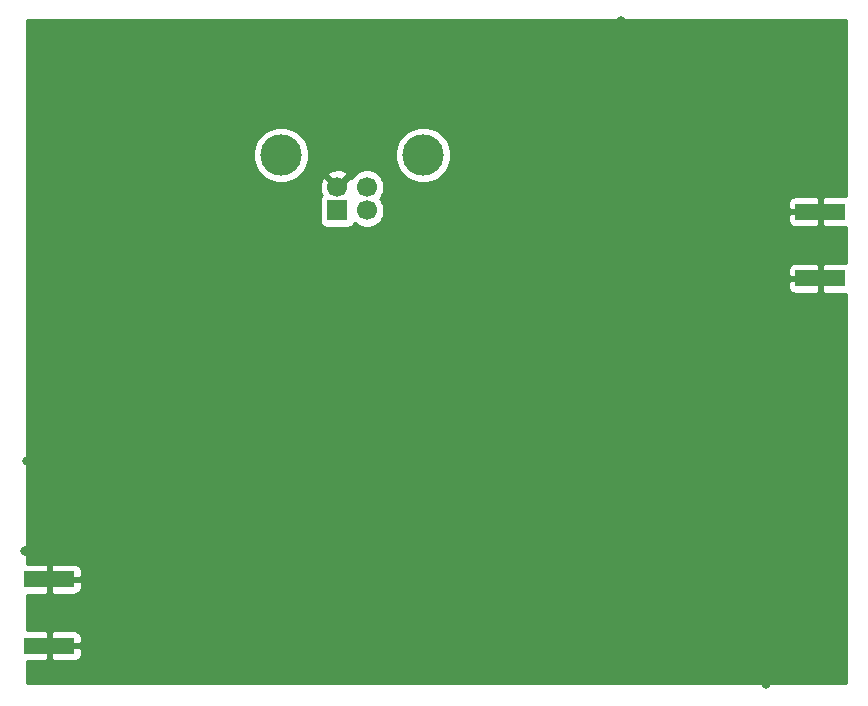
<source format=gbr>
%TF.GenerationSoftware,KiCad,Pcbnew,(5.1.10)-1*%
%TF.CreationDate,2021-08-21T15:59:26-07:00*%
%TF.ProjectId,upconverter,7570636f-6e76-4657-9274-65722e6b6963,rev?*%
%TF.SameCoordinates,Original*%
%TF.FileFunction,Copper,L2,Bot*%
%TF.FilePolarity,Positive*%
%FSLAX46Y46*%
G04 Gerber Fmt 4.6, Leading zero omitted, Abs format (unit mm)*
G04 Created by KiCad (PCBNEW (5.1.10)-1) date 2021-08-21 15:59:26*
%MOMM*%
%LPD*%
G01*
G04 APERTURE LIST*
%TA.AperFunction,SMDPad,CuDef*%
%ADD10R,4.200000X1.350000*%
%TD*%
%TA.AperFunction,ComponentPad*%
%ADD11R,1.700000X1.700000*%
%TD*%
%TA.AperFunction,ComponentPad*%
%ADD12C,1.700000*%
%TD*%
%TA.AperFunction,ComponentPad*%
%ADD13C,3.500000*%
%TD*%
%TA.AperFunction,ViaPad*%
%ADD14C,0.800000*%
%TD*%
%TA.AperFunction,Conductor*%
%ADD15C,0.254000*%
%TD*%
%TA.AperFunction,Conductor*%
%ADD16C,0.100000*%
%TD*%
G04 APERTURE END LIST*
D10*
%TO.P,J2,2*%
%TO.N,GND*%
X116586000Y-52482000D03*
X116586000Y-46832000D03*
%TD*%
%TO.P,J3,2*%
%TO.N,GND*%
X51308000Y-83597000D03*
X51308000Y-77947000D03*
%TD*%
D11*
%TO.P,J1,1*%
%TO.N,Net-(F1-Pad1)*%
X75692000Y-46736000D03*
D12*
%TO.P,J1,2*%
%TO.N,Net-(J1-Pad2)*%
X78192000Y-46736000D03*
%TO.P,J1,3*%
%TO.N,Net-(J1-Pad3)*%
X78192000Y-44736000D03*
%TO.P,J1,4*%
%TO.N,GND*%
X75692000Y-44736000D03*
D13*
%TO.P,J1,5*%
%TO.N,Net-(J1-Pad5)*%
X70922000Y-42026000D03*
X82962000Y-42026000D03*
%TD*%
D14*
%TO.N,GND*%
X66421000Y-52451000D03*
X59817000Y-40259000D03*
X58166000Y-45212000D03*
X51689000Y-43307000D03*
X51816000Y-50927000D03*
X51435000Y-59563000D03*
X52451000Y-60325000D03*
X61595000Y-57912000D03*
X61595000Y-56896000D03*
X61722000Y-55880000D03*
X62738000Y-55880000D03*
X63754000Y-55880000D03*
X68453000Y-73406000D03*
X77216000Y-73533000D03*
X81280000Y-73533000D03*
X66040000Y-83312000D03*
X70485000Y-83185000D03*
X83820000Y-83312000D03*
X88392000Y-83312000D03*
X106680000Y-83312000D03*
X103759000Y-67056000D03*
X91821000Y-60833000D03*
X92583000Y-59563000D03*
X91694000Y-63373000D03*
X91694000Y-61976000D03*
X97028000Y-66167000D03*
X98044000Y-67183000D03*
X100203000Y-66167000D03*
X109728000Y-63500000D03*
X110744000Y-36449000D03*
X79883000Y-59817000D03*
X101219000Y-39116000D03*
X85344000Y-55372000D03*
X105029000Y-50800000D03*
X73025000Y-64516000D03*
X95631000Y-55499000D03*
X117221000Y-41148000D03*
X117221000Y-39116000D03*
X85344000Y-73660000D03*
X86614000Y-61595000D03*
X99695000Y-33020000D03*
X99695000Y-34290000D03*
X99695000Y-31750000D03*
X99695000Y-35560000D03*
X99695000Y-36830000D03*
X99695000Y-39370000D03*
X99695000Y-38100000D03*
X99695000Y-41910000D03*
X99695000Y-40640000D03*
X99695000Y-43180000D03*
X99695000Y-46863000D03*
X99695000Y-48133000D03*
X99695000Y-49403000D03*
X99695000Y-44323000D03*
X99695000Y-45593000D03*
X95885000Y-52451000D03*
X98425000Y-52451000D03*
X99695000Y-52451000D03*
X94615000Y-52451000D03*
X97155000Y-52451000D03*
X99695000Y-50927000D03*
X89535000Y-52451000D03*
X93345000Y-52451000D03*
X92075000Y-52451000D03*
X90805000Y-52451000D03*
X89408000Y-53594000D03*
X89408000Y-54864000D03*
X89408000Y-57404000D03*
X89408000Y-58674000D03*
X89408000Y-56134000D03*
X89408000Y-61087000D03*
X89408000Y-64897000D03*
X89408000Y-59817000D03*
X89408000Y-63627000D03*
X89408000Y-62357000D03*
X88011000Y-67945000D03*
X85471000Y-67945000D03*
X89281000Y-67945000D03*
X84201000Y-67945000D03*
X86741000Y-67945000D03*
X79375000Y-67945000D03*
X83185000Y-67945000D03*
X78105000Y-67945000D03*
X81915000Y-67945000D03*
X80645000Y-67945000D03*
X72009000Y-67945000D03*
X75819000Y-67945000D03*
X73279000Y-67945000D03*
X77089000Y-67945000D03*
X74549000Y-67945000D03*
X68326000Y-67945000D03*
X70866000Y-67945000D03*
X69596000Y-67945000D03*
X67056000Y-67945000D03*
X65786000Y-67945000D03*
X60833000Y-67945000D03*
X64643000Y-67945000D03*
X63373000Y-67945000D03*
X62103000Y-67945000D03*
X56642000Y-67945000D03*
X55372000Y-67945000D03*
X54102000Y-67945000D03*
X57912000Y-67945000D03*
X52959000Y-67945000D03*
X51689000Y-67945000D03*
X50419000Y-67945000D03*
X49403000Y-67945000D03*
X89408000Y-66421000D03*
X99695000Y-30734000D03*
X112014000Y-64770000D03*
X112014000Y-59817000D03*
X112014000Y-61087000D03*
X112014000Y-62357000D03*
X112014000Y-70104000D03*
X112014000Y-57277000D03*
X112014000Y-58547000D03*
X112014000Y-67310000D03*
X112014000Y-68580000D03*
X112014000Y-63500000D03*
X112014000Y-71628000D03*
X112014000Y-56007000D03*
X112014000Y-66040000D03*
X112014000Y-80391000D03*
X112014000Y-79248000D03*
X112014000Y-82931000D03*
X112014000Y-74168000D03*
X112014000Y-81661000D03*
X112014000Y-76708000D03*
X112014000Y-85471000D03*
X112014000Y-84201000D03*
X112014000Y-72898000D03*
X112014000Y-77978000D03*
X112014000Y-86868000D03*
X112014000Y-75438000D03*
X50546000Y-75565000D03*
X56769000Y-75565000D03*
X53086000Y-75565000D03*
X58039000Y-75565000D03*
X60579000Y-75565000D03*
X61849000Y-75565000D03*
X64897000Y-75565000D03*
X49276000Y-75565000D03*
X59309000Y-75565000D03*
X54356000Y-75565000D03*
X63373000Y-75565000D03*
X51816000Y-75565000D03*
X55626000Y-75565000D03*
X81661000Y-75565000D03*
X72390000Y-75565000D03*
X71120000Y-75565000D03*
X67310000Y-75565000D03*
X73533000Y-75565000D03*
X66040000Y-75565000D03*
X68580000Y-75565000D03*
X74803000Y-75565000D03*
X76073000Y-75565000D03*
X80137000Y-75565000D03*
X69850000Y-75565000D03*
X77343000Y-75565000D03*
X78613000Y-75565000D03*
X86614000Y-75565000D03*
X98425000Y-75565000D03*
X87884000Y-75565000D03*
X85344000Y-75565000D03*
X92837000Y-75565000D03*
X95377000Y-75565000D03*
X84074000Y-75565000D03*
X91567000Y-75565000D03*
X96901000Y-75565000D03*
X89154000Y-75565000D03*
X90297000Y-75565000D03*
X82804000Y-75565000D03*
X94107000Y-75565000D03*
X100076000Y-75565000D03*
X101854000Y-72009000D03*
X101854000Y-66675000D03*
X102108000Y-83312000D03*
X101854000Y-68199000D03*
X101854000Y-75565000D03*
X101854000Y-70739000D03*
X101854000Y-74422000D03*
X101854000Y-69469000D03*
X101854000Y-65151000D03*
X101854000Y-73279000D03*
X102870000Y-60325000D03*
X105410000Y-60325000D03*
X101600000Y-60325000D03*
X106680000Y-60325000D03*
X104140000Y-60325000D03*
X113284000Y-56007000D03*
X115824000Y-56007000D03*
X114554000Y-56007000D03*
X118364000Y-56007000D03*
X117094000Y-56007000D03*
X109220000Y-60325000D03*
X107950000Y-60452000D03*
X110617000Y-60325000D03*
%TD*%
D15*
%TO.N,GND*%
X118720000Y-45522277D02*
X118686000Y-45518928D01*
X116871750Y-45522000D01*
X116713000Y-45680750D01*
X116713000Y-46705000D01*
X116733000Y-46705000D01*
X116733000Y-46959000D01*
X116713000Y-46959000D01*
X116713000Y-47983250D01*
X116871750Y-48142000D01*
X118686000Y-48145072D01*
X118720000Y-48141723D01*
X118720000Y-51172277D01*
X118686000Y-51168928D01*
X116871750Y-51172000D01*
X116713000Y-51330750D01*
X116713000Y-52355000D01*
X116733000Y-52355000D01*
X116733000Y-52609000D01*
X116713000Y-52609000D01*
X116713000Y-53633250D01*
X116871750Y-53792000D01*
X118686000Y-53795072D01*
X118720000Y-53791723D01*
X118720001Y-86716000D01*
X49428000Y-86716000D01*
X49428000Y-84909699D01*
X51022250Y-84907000D01*
X51181000Y-84748250D01*
X51181000Y-83724000D01*
X51435000Y-83724000D01*
X51435000Y-84748250D01*
X51593750Y-84907000D01*
X53408000Y-84910072D01*
X53532482Y-84897812D01*
X53652180Y-84861502D01*
X53762494Y-84802537D01*
X53859185Y-84723185D01*
X53938537Y-84626494D01*
X53997502Y-84516180D01*
X54033812Y-84396482D01*
X54046072Y-84272000D01*
X54043000Y-83882750D01*
X53884250Y-83724000D01*
X51435000Y-83724000D01*
X51181000Y-83724000D01*
X51161000Y-83724000D01*
X51161000Y-83470000D01*
X51181000Y-83470000D01*
X51181000Y-82445750D01*
X51435000Y-82445750D01*
X51435000Y-83470000D01*
X53884250Y-83470000D01*
X54043000Y-83311250D01*
X54046072Y-82922000D01*
X54033812Y-82797518D01*
X53997502Y-82677820D01*
X53938537Y-82567506D01*
X53859185Y-82470815D01*
X53762494Y-82391463D01*
X53652180Y-82332498D01*
X53532482Y-82296188D01*
X53408000Y-82283928D01*
X51593750Y-82287000D01*
X51435000Y-82445750D01*
X51181000Y-82445750D01*
X51022250Y-82287000D01*
X49428000Y-82284301D01*
X49428000Y-79259699D01*
X51022250Y-79257000D01*
X51181000Y-79098250D01*
X51181000Y-78074000D01*
X51435000Y-78074000D01*
X51435000Y-79098250D01*
X51593750Y-79257000D01*
X53408000Y-79260072D01*
X53532482Y-79247812D01*
X53652180Y-79211502D01*
X53762494Y-79152537D01*
X53859185Y-79073185D01*
X53938537Y-78976494D01*
X53997502Y-78866180D01*
X54033812Y-78746482D01*
X54046072Y-78622000D01*
X54043000Y-78232750D01*
X53884250Y-78074000D01*
X51435000Y-78074000D01*
X51181000Y-78074000D01*
X51161000Y-78074000D01*
X51161000Y-77820000D01*
X51181000Y-77820000D01*
X51181000Y-76795750D01*
X51435000Y-76795750D01*
X51435000Y-77820000D01*
X53884250Y-77820000D01*
X54043000Y-77661250D01*
X54046072Y-77272000D01*
X54033812Y-77147518D01*
X53997502Y-77027820D01*
X53938537Y-76917506D01*
X53859185Y-76820815D01*
X53762494Y-76741463D01*
X53652180Y-76682498D01*
X53532482Y-76646188D01*
X53408000Y-76633928D01*
X51593750Y-76637000D01*
X51435000Y-76795750D01*
X51181000Y-76795750D01*
X51022250Y-76637000D01*
X49428000Y-76634301D01*
X49428000Y-53157000D01*
X113847928Y-53157000D01*
X113860188Y-53281482D01*
X113896498Y-53401180D01*
X113955463Y-53511494D01*
X114034815Y-53608185D01*
X114131506Y-53687537D01*
X114241820Y-53746502D01*
X114361518Y-53782812D01*
X114486000Y-53795072D01*
X116300250Y-53792000D01*
X116459000Y-53633250D01*
X116459000Y-52609000D01*
X114009750Y-52609000D01*
X113851000Y-52767750D01*
X113847928Y-53157000D01*
X49428000Y-53157000D01*
X49428000Y-51807000D01*
X113847928Y-51807000D01*
X113851000Y-52196250D01*
X114009750Y-52355000D01*
X116459000Y-52355000D01*
X116459000Y-51330750D01*
X116300250Y-51172000D01*
X114486000Y-51168928D01*
X114361518Y-51181188D01*
X114241820Y-51217498D01*
X114131506Y-51276463D01*
X114034815Y-51355815D01*
X113955463Y-51452506D01*
X113896498Y-51562820D01*
X113860188Y-51682518D01*
X113847928Y-51807000D01*
X49428000Y-51807000D01*
X49428000Y-44804531D01*
X74201389Y-44804531D01*
X74243401Y-45094019D01*
X74341081Y-45369747D01*
X74381759Y-45445850D01*
X74311463Y-45531506D01*
X74252498Y-45641820D01*
X74216188Y-45761518D01*
X74203928Y-45886000D01*
X74203928Y-47586000D01*
X74216188Y-47710482D01*
X74252498Y-47830180D01*
X74311463Y-47940494D01*
X74390815Y-48037185D01*
X74487506Y-48116537D01*
X74597820Y-48175502D01*
X74717518Y-48211812D01*
X74842000Y-48224072D01*
X76542000Y-48224072D01*
X76666482Y-48211812D01*
X76786180Y-48175502D01*
X76896494Y-48116537D01*
X76993185Y-48037185D01*
X77072537Y-47940494D01*
X77131502Y-47830180D01*
X77144203Y-47788310D01*
X77245368Y-47889475D01*
X77488589Y-48051990D01*
X77758842Y-48163932D01*
X78045740Y-48221000D01*
X78338260Y-48221000D01*
X78625158Y-48163932D01*
X78895411Y-48051990D01*
X79138632Y-47889475D01*
X79345475Y-47682632D01*
X79462828Y-47507000D01*
X113847928Y-47507000D01*
X113860188Y-47631482D01*
X113896498Y-47751180D01*
X113955463Y-47861494D01*
X114034815Y-47958185D01*
X114131506Y-48037537D01*
X114241820Y-48096502D01*
X114361518Y-48132812D01*
X114486000Y-48145072D01*
X116300250Y-48142000D01*
X116459000Y-47983250D01*
X116459000Y-46959000D01*
X114009750Y-46959000D01*
X113851000Y-47117750D01*
X113847928Y-47507000D01*
X79462828Y-47507000D01*
X79507990Y-47439411D01*
X79619932Y-47169158D01*
X79677000Y-46882260D01*
X79677000Y-46589740D01*
X79619932Y-46302842D01*
X79559523Y-46157000D01*
X113847928Y-46157000D01*
X113851000Y-46546250D01*
X114009750Y-46705000D01*
X116459000Y-46705000D01*
X116459000Y-45680750D01*
X116300250Y-45522000D01*
X114486000Y-45518928D01*
X114361518Y-45531188D01*
X114241820Y-45567498D01*
X114131506Y-45626463D01*
X114034815Y-45705815D01*
X113955463Y-45802506D01*
X113896498Y-45912820D01*
X113860188Y-46032518D01*
X113847928Y-46157000D01*
X79559523Y-46157000D01*
X79507990Y-46032589D01*
X79345475Y-45789368D01*
X79292107Y-45736000D01*
X79345475Y-45682632D01*
X79507990Y-45439411D01*
X79619932Y-45169158D01*
X79677000Y-44882260D01*
X79677000Y-44589740D01*
X79619932Y-44302842D01*
X79507990Y-44032589D01*
X79345475Y-43789368D01*
X79138632Y-43582525D01*
X78895411Y-43420010D01*
X78625158Y-43308068D01*
X78338260Y-43251000D01*
X78045740Y-43251000D01*
X77758842Y-43308068D01*
X77488589Y-43420010D01*
X77245368Y-43582525D01*
X77038525Y-43789368D01*
X76929584Y-43952410D01*
X76720397Y-43887208D01*
X75871605Y-44736000D01*
X75885748Y-44750143D01*
X75706143Y-44929748D01*
X75692000Y-44915605D01*
X75677858Y-44929748D01*
X75498253Y-44750143D01*
X75512395Y-44736000D01*
X74663603Y-43887208D01*
X74414528Y-43964843D01*
X74288629Y-44228883D01*
X74216661Y-44512411D01*
X74201389Y-44804531D01*
X49428000Y-44804531D01*
X49428000Y-41791098D01*
X68537000Y-41791098D01*
X68537000Y-42260902D01*
X68628654Y-42721679D01*
X68808440Y-43155721D01*
X69069450Y-43546349D01*
X69401651Y-43878550D01*
X69792279Y-44139560D01*
X70226321Y-44319346D01*
X70687098Y-44411000D01*
X71156902Y-44411000D01*
X71617679Y-44319346D01*
X72051721Y-44139560D01*
X72442349Y-43878550D01*
X72613296Y-43707603D01*
X74843208Y-43707603D01*
X75692000Y-44556395D01*
X76540792Y-43707603D01*
X76463157Y-43458528D01*
X76199117Y-43332629D01*
X75915589Y-43260661D01*
X75623469Y-43245389D01*
X75333981Y-43287401D01*
X75058253Y-43385081D01*
X74920843Y-43458528D01*
X74843208Y-43707603D01*
X72613296Y-43707603D01*
X72774550Y-43546349D01*
X73035560Y-43155721D01*
X73215346Y-42721679D01*
X73307000Y-42260902D01*
X73307000Y-41791098D01*
X80577000Y-41791098D01*
X80577000Y-42260902D01*
X80668654Y-42721679D01*
X80848440Y-43155721D01*
X81109450Y-43546349D01*
X81441651Y-43878550D01*
X81832279Y-44139560D01*
X82266321Y-44319346D01*
X82727098Y-44411000D01*
X83196902Y-44411000D01*
X83657679Y-44319346D01*
X84091721Y-44139560D01*
X84482349Y-43878550D01*
X84814550Y-43546349D01*
X85075560Y-43155721D01*
X85255346Y-42721679D01*
X85347000Y-42260902D01*
X85347000Y-41791098D01*
X85255346Y-41330321D01*
X85075560Y-40896279D01*
X84814550Y-40505651D01*
X84482349Y-40173450D01*
X84091721Y-39912440D01*
X83657679Y-39732654D01*
X83196902Y-39641000D01*
X82727098Y-39641000D01*
X82266321Y-39732654D01*
X81832279Y-39912440D01*
X81441651Y-40173450D01*
X81109450Y-40505651D01*
X80848440Y-40896279D01*
X80668654Y-41330321D01*
X80577000Y-41791098D01*
X73307000Y-41791098D01*
X73215346Y-41330321D01*
X73035560Y-40896279D01*
X72774550Y-40505651D01*
X72442349Y-40173450D01*
X72051721Y-39912440D01*
X71617679Y-39732654D01*
X71156902Y-39641000D01*
X70687098Y-39641000D01*
X70226321Y-39732654D01*
X69792279Y-39912440D01*
X69401651Y-40173450D01*
X69069450Y-40505651D01*
X68808440Y-40896279D01*
X68628654Y-41330321D01*
X68537000Y-41791098D01*
X49428000Y-41791098D01*
X49428000Y-30632000D01*
X118720000Y-30632000D01*
X118720000Y-45522277D01*
%TA.AperFunction,Conductor*%
D16*
G36*
X118720000Y-45522277D02*
G01*
X118686000Y-45518928D01*
X116871750Y-45522000D01*
X116713000Y-45680750D01*
X116713000Y-46705000D01*
X116733000Y-46705000D01*
X116733000Y-46959000D01*
X116713000Y-46959000D01*
X116713000Y-47983250D01*
X116871750Y-48142000D01*
X118686000Y-48145072D01*
X118720000Y-48141723D01*
X118720000Y-51172277D01*
X118686000Y-51168928D01*
X116871750Y-51172000D01*
X116713000Y-51330750D01*
X116713000Y-52355000D01*
X116733000Y-52355000D01*
X116733000Y-52609000D01*
X116713000Y-52609000D01*
X116713000Y-53633250D01*
X116871750Y-53792000D01*
X118686000Y-53795072D01*
X118720000Y-53791723D01*
X118720001Y-86716000D01*
X49428000Y-86716000D01*
X49428000Y-84909699D01*
X51022250Y-84907000D01*
X51181000Y-84748250D01*
X51181000Y-83724000D01*
X51435000Y-83724000D01*
X51435000Y-84748250D01*
X51593750Y-84907000D01*
X53408000Y-84910072D01*
X53532482Y-84897812D01*
X53652180Y-84861502D01*
X53762494Y-84802537D01*
X53859185Y-84723185D01*
X53938537Y-84626494D01*
X53997502Y-84516180D01*
X54033812Y-84396482D01*
X54046072Y-84272000D01*
X54043000Y-83882750D01*
X53884250Y-83724000D01*
X51435000Y-83724000D01*
X51181000Y-83724000D01*
X51161000Y-83724000D01*
X51161000Y-83470000D01*
X51181000Y-83470000D01*
X51181000Y-82445750D01*
X51435000Y-82445750D01*
X51435000Y-83470000D01*
X53884250Y-83470000D01*
X54043000Y-83311250D01*
X54046072Y-82922000D01*
X54033812Y-82797518D01*
X53997502Y-82677820D01*
X53938537Y-82567506D01*
X53859185Y-82470815D01*
X53762494Y-82391463D01*
X53652180Y-82332498D01*
X53532482Y-82296188D01*
X53408000Y-82283928D01*
X51593750Y-82287000D01*
X51435000Y-82445750D01*
X51181000Y-82445750D01*
X51022250Y-82287000D01*
X49428000Y-82284301D01*
X49428000Y-79259699D01*
X51022250Y-79257000D01*
X51181000Y-79098250D01*
X51181000Y-78074000D01*
X51435000Y-78074000D01*
X51435000Y-79098250D01*
X51593750Y-79257000D01*
X53408000Y-79260072D01*
X53532482Y-79247812D01*
X53652180Y-79211502D01*
X53762494Y-79152537D01*
X53859185Y-79073185D01*
X53938537Y-78976494D01*
X53997502Y-78866180D01*
X54033812Y-78746482D01*
X54046072Y-78622000D01*
X54043000Y-78232750D01*
X53884250Y-78074000D01*
X51435000Y-78074000D01*
X51181000Y-78074000D01*
X51161000Y-78074000D01*
X51161000Y-77820000D01*
X51181000Y-77820000D01*
X51181000Y-76795750D01*
X51435000Y-76795750D01*
X51435000Y-77820000D01*
X53884250Y-77820000D01*
X54043000Y-77661250D01*
X54046072Y-77272000D01*
X54033812Y-77147518D01*
X53997502Y-77027820D01*
X53938537Y-76917506D01*
X53859185Y-76820815D01*
X53762494Y-76741463D01*
X53652180Y-76682498D01*
X53532482Y-76646188D01*
X53408000Y-76633928D01*
X51593750Y-76637000D01*
X51435000Y-76795750D01*
X51181000Y-76795750D01*
X51022250Y-76637000D01*
X49428000Y-76634301D01*
X49428000Y-53157000D01*
X113847928Y-53157000D01*
X113860188Y-53281482D01*
X113896498Y-53401180D01*
X113955463Y-53511494D01*
X114034815Y-53608185D01*
X114131506Y-53687537D01*
X114241820Y-53746502D01*
X114361518Y-53782812D01*
X114486000Y-53795072D01*
X116300250Y-53792000D01*
X116459000Y-53633250D01*
X116459000Y-52609000D01*
X114009750Y-52609000D01*
X113851000Y-52767750D01*
X113847928Y-53157000D01*
X49428000Y-53157000D01*
X49428000Y-51807000D01*
X113847928Y-51807000D01*
X113851000Y-52196250D01*
X114009750Y-52355000D01*
X116459000Y-52355000D01*
X116459000Y-51330750D01*
X116300250Y-51172000D01*
X114486000Y-51168928D01*
X114361518Y-51181188D01*
X114241820Y-51217498D01*
X114131506Y-51276463D01*
X114034815Y-51355815D01*
X113955463Y-51452506D01*
X113896498Y-51562820D01*
X113860188Y-51682518D01*
X113847928Y-51807000D01*
X49428000Y-51807000D01*
X49428000Y-44804531D01*
X74201389Y-44804531D01*
X74243401Y-45094019D01*
X74341081Y-45369747D01*
X74381759Y-45445850D01*
X74311463Y-45531506D01*
X74252498Y-45641820D01*
X74216188Y-45761518D01*
X74203928Y-45886000D01*
X74203928Y-47586000D01*
X74216188Y-47710482D01*
X74252498Y-47830180D01*
X74311463Y-47940494D01*
X74390815Y-48037185D01*
X74487506Y-48116537D01*
X74597820Y-48175502D01*
X74717518Y-48211812D01*
X74842000Y-48224072D01*
X76542000Y-48224072D01*
X76666482Y-48211812D01*
X76786180Y-48175502D01*
X76896494Y-48116537D01*
X76993185Y-48037185D01*
X77072537Y-47940494D01*
X77131502Y-47830180D01*
X77144203Y-47788310D01*
X77245368Y-47889475D01*
X77488589Y-48051990D01*
X77758842Y-48163932D01*
X78045740Y-48221000D01*
X78338260Y-48221000D01*
X78625158Y-48163932D01*
X78895411Y-48051990D01*
X79138632Y-47889475D01*
X79345475Y-47682632D01*
X79462828Y-47507000D01*
X113847928Y-47507000D01*
X113860188Y-47631482D01*
X113896498Y-47751180D01*
X113955463Y-47861494D01*
X114034815Y-47958185D01*
X114131506Y-48037537D01*
X114241820Y-48096502D01*
X114361518Y-48132812D01*
X114486000Y-48145072D01*
X116300250Y-48142000D01*
X116459000Y-47983250D01*
X116459000Y-46959000D01*
X114009750Y-46959000D01*
X113851000Y-47117750D01*
X113847928Y-47507000D01*
X79462828Y-47507000D01*
X79507990Y-47439411D01*
X79619932Y-47169158D01*
X79677000Y-46882260D01*
X79677000Y-46589740D01*
X79619932Y-46302842D01*
X79559523Y-46157000D01*
X113847928Y-46157000D01*
X113851000Y-46546250D01*
X114009750Y-46705000D01*
X116459000Y-46705000D01*
X116459000Y-45680750D01*
X116300250Y-45522000D01*
X114486000Y-45518928D01*
X114361518Y-45531188D01*
X114241820Y-45567498D01*
X114131506Y-45626463D01*
X114034815Y-45705815D01*
X113955463Y-45802506D01*
X113896498Y-45912820D01*
X113860188Y-46032518D01*
X113847928Y-46157000D01*
X79559523Y-46157000D01*
X79507990Y-46032589D01*
X79345475Y-45789368D01*
X79292107Y-45736000D01*
X79345475Y-45682632D01*
X79507990Y-45439411D01*
X79619932Y-45169158D01*
X79677000Y-44882260D01*
X79677000Y-44589740D01*
X79619932Y-44302842D01*
X79507990Y-44032589D01*
X79345475Y-43789368D01*
X79138632Y-43582525D01*
X78895411Y-43420010D01*
X78625158Y-43308068D01*
X78338260Y-43251000D01*
X78045740Y-43251000D01*
X77758842Y-43308068D01*
X77488589Y-43420010D01*
X77245368Y-43582525D01*
X77038525Y-43789368D01*
X76929584Y-43952410D01*
X76720397Y-43887208D01*
X75871605Y-44736000D01*
X75885748Y-44750143D01*
X75706143Y-44929748D01*
X75692000Y-44915605D01*
X75677858Y-44929748D01*
X75498253Y-44750143D01*
X75512395Y-44736000D01*
X74663603Y-43887208D01*
X74414528Y-43964843D01*
X74288629Y-44228883D01*
X74216661Y-44512411D01*
X74201389Y-44804531D01*
X49428000Y-44804531D01*
X49428000Y-41791098D01*
X68537000Y-41791098D01*
X68537000Y-42260902D01*
X68628654Y-42721679D01*
X68808440Y-43155721D01*
X69069450Y-43546349D01*
X69401651Y-43878550D01*
X69792279Y-44139560D01*
X70226321Y-44319346D01*
X70687098Y-44411000D01*
X71156902Y-44411000D01*
X71617679Y-44319346D01*
X72051721Y-44139560D01*
X72442349Y-43878550D01*
X72613296Y-43707603D01*
X74843208Y-43707603D01*
X75692000Y-44556395D01*
X76540792Y-43707603D01*
X76463157Y-43458528D01*
X76199117Y-43332629D01*
X75915589Y-43260661D01*
X75623469Y-43245389D01*
X75333981Y-43287401D01*
X75058253Y-43385081D01*
X74920843Y-43458528D01*
X74843208Y-43707603D01*
X72613296Y-43707603D01*
X72774550Y-43546349D01*
X73035560Y-43155721D01*
X73215346Y-42721679D01*
X73307000Y-42260902D01*
X73307000Y-41791098D01*
X80577000Y-41791098D01*
X80577000Y-42260902D01*
X80668654Y-42721679D01*
X80848440Y-43155721D01*
X81109450Y-43546349D01*
X81441651Y-43878550D01*
X81832279Y-44139560D01*
X82266321Y-44319346D01*
X82727098Y-44411000D01*
X83196902Y-44411000D01*
X83657679Y-44319346D01*
X84091721Y-44139560D01*
X84482349Y-43878550D01*
X84814550Y-43546349D01*
X85075560Y-43155721D01*
X85255346Y-42721679D01*
X85347000Y-42260902D01*
X85347000Y-41791098D01*
X85255346Y-41330321D01*
X85075560Y-40896279D01*
X84814550Y-40505651D01*
X84482349Y-40173450D01*
X84091721Y-39912440D01*
X83657679Y-39732654D01*
X83196902Y-39641000D01*
X82727098Y-39641000D01*
X82266321Y-39732654D01*
X81832279Y-39912440D01*
X81441651Y-40173450D01*
X81109450Y-40505651D01*
X80848440Y-40896279D01*
X80668654Y-41330321D01*
X80577000Y-41791098D01*
X73307000Y-41791098D01*
X73215346Y-41330321D01*
X73035560Y-40896279D01*
X72774550Y-40505651D01*
X72442349Y-40173450D01*
X72051721Y-39912440D01*
X71617679Y-39732654D01*
X71156902Y-39641000D01*
X70687098Y-39641000D01*
X70226321Y-39732654D01*
X69792279Y-39912440D01*
X69401651Y-40173450D01*
X69069450Y-40505651D01*
X68808440Y-40896279D01*
X68628654Y-41330321D01*
X68537000Y-41791098D01*
X49428000Y-41791098D01*
X49428000Y-30632000D01*
X118720000Y-30632000D01*
X118720000Y-45522277D01*
G37*
%TD.AperFunction*%
%TD*%
M02*

</source>
